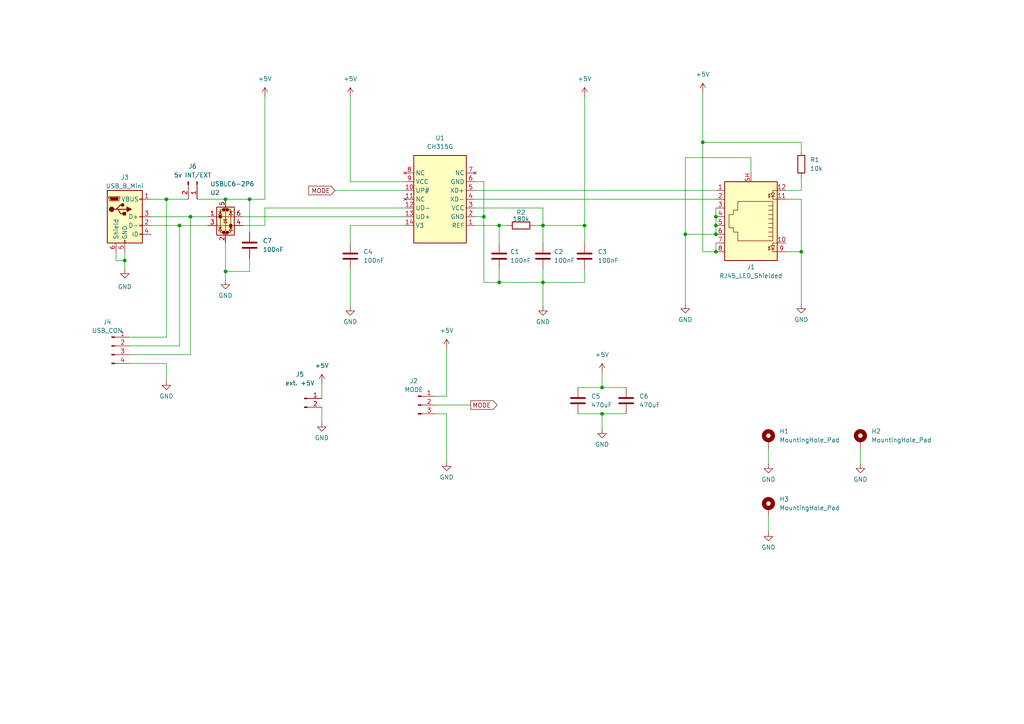
<source format=kicad_sch>
(kicad_sch (version 20231120) (generator "eeschema") (generator_version "8.0")
  (paper "A4")
  (title_block (title "OE9SAU USB-Extender ") (date "26.09.2024"))
  (lib_symbols
    (symbol "CH315G_1"
      (property "Reference" "U" (at -5.08 13.97 0))
      (property "Value" "CH315G" (at 1.27 13.97 0))
      (symbol "CH315G_1_0_1"
        (rectangle (start -7.62 12.7) (end 7.62 -12.7) (stroke (width 0.254)) (fill (type background)))
      )
      (symbol "CH315G_1_1_1"
        (pin input line (at -10.16 7.62 0) (length 2.54) (name "REF") (number "1"))
        (pin bidirectional line (at 10.16 -2.54 180) (length 2.54) (name "UP#") (number "10"))
        (pin no_connect line (at 10.16 0 180) (length 2.54) (name "NC") (number "11"))
        (pin bidirectional line (at 10.16 2.54 180) (length 2.54) (name "UD-") (number "12"))
        (pin bidirectional line (at 10.16 5.08 180) (length 2.54) (name "UD+") (number "13"))
        (pin input line (at 10.16 7.62 180) (length 2.54) (name "V3") (number "14"))
        (pin input line (at -10.16 5.08 0) (length 2.54) (name "GND") (number "2"))
        (pin input line (at -10.16 2.54 0) (length 2.54) (name "VCC") (number "3"))
        (pin bidirectional line (at -10.16 0 0) (length 2.54) (name "XD-") (number "4"))
        (pin bidirectional line (at -10.16 -2.54 0) (length 2.54) (name "XD+") (number "5"))
        (pin input line (at -10.16 -5.08 0) (length 2.54) (name "GND") (number "6"))
        (pin no_connect line (at -10.16 -7.62 0) (length 2.54) (name "NC") (number "7"))
        (pin no_connect line (at 10.16 -7.62 180) (length 2.54) (name "NC") (number "8"))
        (pin input line (at 10.16 -5.08 180) (length 2.54) (name "VCC") (number "9"))
      )
    )
    (symbol "Connector:Conn_01x02_Pin" (pin_names (offset 1.016) hide)
      (property "Reference" "J" (at 0 2.54 0))
      (property "Value" "Conn_01x02_Pin" (at 0 -5.08 0))
      (symbol "Conn_01x02_Pin_1_1"
        (polyline (pts (xy 1.27 -2.54) (xy 0.8636 -2.54)) (stroke (width 0.1524)))
        (polyline (pts (xy 1.27 0) (xy 0.8636 0)) (stroke (width 0.1524)))
        (rectangle (start 0.8636 -2.413) (end 0 -2.667) (stroke (width 0.1524)) (fill (type outline)))
        (rectangle (start 0.8636 0.127) (end 0 -0.127) (stroke (width 0.1524)) (fill (type outline)))
        (pin passive line (at 5.08 0 180) (length 3.81) (name "Pin_1") (number "1"))
        (pin passive line (at 5.08 -2.54 180) (length 3.81) (name "Pin_2") (number "2"))
      )
    )
    (symbol "Connector:Conn_01x03_Pin" (pin_names (offset 1.016) hide)
      (property "Reference" "J" (at 0 5.08 0))
      (property "Value" "Conn_01x03_Pin" (at 0 -5.08 0))
      (symbol "Conn_01x03_Pin_1_1"
        (polyline (pts (xy 1.27 -2.54) (xy 0.8636 -2.54)) (stroke (width 0.1524)))
        (polyline (pts (xy 1.27 0) (xy 0.8636 0)) (stroke (width 0.1524)))
        (polyline (pts (xy 1.27 2.54) (xy 0.8636 2.54)) (stroke (width 0.1524)))
        (rectangle (start 0.8636 -2.413) (end 0 -2.667) (stroke (width 0.1524)) (fill (type outline)))
        (rectangle (start 0.8636 0.127) (end 0 -0.127) (stroke (width 0.1524)) (fill (type outline)))
        (rectangle (start 0.8636 2.667) (end 0 2.413) (stroke (width 0.1524)) (fill (type outline)))
        (pin passive line (at 5.08 2.54 180) (length 3.81) (name "Pin_1") (number "1"))
        (pin passive line (at 5.08 0 180) (length 3.81) (name "Pin_2") (number "2"))
        (pin passive line (at 5.08 -2.54 180) (length 3.81) (name "Pin_3") (number "3"))
      )
    )
    (symbol "Connector:Conn_01x04_Pin" (pin_names (offset 1.016) hide)
      (property "Reference" "J" (at 0 5.08 0))
      (property "Value" "Conn_01x04_Pin" (at 0 -7.62 0))
      (symbol "Conn_01x04_Pin_1_1"
        (polyline (pts (xy 1.27 -5.08) (xy 0.8636 -5.08)) (stroke (width 0.1524)))
        (polyline (pts (xy 1.27 -2.54) (xy 0.8636 -2.54)) (stroke (width 0.1524)))
        (polyline (pts (xy 1.27 0) (xy 0.8636 0)) (stroke (width 0.1524)))
        (polyline (pts (xy 1.27 2.54) (xy 0.8636 2.54)) (stroke (width 0.1524)))
        (rectangle (start 0.8636 -4.953) (end 0 -5.207) (stroke (width 0.1524)) (fill (type outline)))
        (rectangle (start 0.8636 -2.413) (end 0 -2.667) (stroke (width 0.1524)) (fill (type outline)))
        (rectangle (start 0.8636 0.127) (end 0 -0.127) (stroke (width 0.1524)) (fill (type outline)))
        (rectangle (start 0.8636 2.667) (end 0 2.413) (stroke (width 0.1524)) (fill (type outline)))
        (pin passive line (at 5.08 2.54 180) (length 3.81) (name "Pin_1") (number "1"))
        (pin passive line (at 5.08 0 180) (length 3.81) (name "Pin_2") (number "2"))
        (pin passive line (at 5.08 -2.54 180) (length 3.81) (name "Pin_3") (number "3"))
        (pin passive line (at 5.08 -5.08 180) (length 3.81) (name "Pin_4") (number "4"))
      )
    )
    (symbol "Connector:RJ45_LED_Shielded" (pin_names (offset 1.016))
      (property "Reference" "J" (at -5.08 13.97 0))
      (property "Value" "RJ45_LED_Shielded" (at 1.27 13.97 0))
      (symbol "RJ45_LED_Shielded_0_1"
        (polyline (pts (xy -7.62 -7.62) (xy -6.35 -7.62)))
        (polyline (pts (xy -7.62 -5.08) (xy -6.35 -5.08)))
        (polyline (pts (xy -7.62 7.62) (xy -6.35 7.62)))
        (polyline (pts (xy -7.62 10.16) (xy -6.35 10.16)))
        (polyline (pts (xy -6.858 -5.842) (xy -5.842 -5.842)))
        (polyline (pts (xy -6.858 9.398) (xy -5.842 9.398)))
        (polyline (pts (xy -6.35 -7.62) (xy -6.35 -6.858)))
        (polyline (pts (xy -6.35 -5.08) (xy -6.35 -5.842)))
        (polyline (pts (xy -6.35 7.62) (xy -6.35 8.382)))
        (polyline (pts (xy -6.35 10.16) (xy -6.35 9.398)))
        (polyline (pts (xy -5.08 -6.223) (xy -5.207 -6.604)))
        (polyline (pts (xy -5.08 -5.588) (xy -5.207 -5.969)))
        (polyline (pts (xy -5.08 4.445) (xy -6.35 4.445)))
        (polyline (pts (xy -5.08 5.715) (xy -6.35 5.715)))
        (polyline (pts (xy -5.08 9.017) (xy -5.207 8.636)))
        (polyline (pts (xy -5.08 9.652) (xy -5.207 9.271)))
        (polyline (pts (xy -6.35 -3.175) (xy -5.08 -3.175) (xy -5.08 -3.175)))
        (polyline (pts (xy -6.35 -1.905) (xy -5.08 -1.905) (xy -5.08 -1.905)))
        (polyline (pts (xy -6.35 -0.635) (xy -5.08 -0.635) (xy -5.08 -0.635)))
        (polyline (pts (xy -6.35 0.635) (xy -5.08 0.635) (xy -5.08 0.635)))
        (polyline (pts (xy -6.35 1.905) (xy -5.08 1.905) (xy -5.08 1.905)))
        (polyline (pts (xy -5.588 -6.731) (xy -5.08 -6.223) (xy -5.461 -6.35)))
        (polyline (pts (xy -5.588 -6.096) (xy -5.08 -5.588) (xy -5.461 -5.715)))
        (polyline (pts (xy -5.588 8.509) (xy -5.08 9.017) (xy -5.461 8.89)))
        (polyline (pts (xy -5.588 9.144) (xy -5.08 9.652) (xy -5.461 9.525)))
        (polyline (pts (xy -5.08 3.175) (xy -6.35 3.175) (xy -6.35 3.175)))
        (polyline (pts (xy -6.35 -5.842) (xy -6.858 -6.858) (xy -5.842 -6.858) (xy -6.35 -5.842)))
        (polyline (pts (xy -6.35 9.398) (xy -6.858 8.382) (xy -5.842 8.382) (xy -6.35 9.398)))
        (polyline (pts (xy -6.35 -4.445) (xy -6.35 6.985) (xy 3.81 6.985) (xy 3.81 4.445) (xy 5.08 4.445) (xy 5.08 3.175) (xy 6.35 3.175) (xy 6.35 -0.635) (xy 5.08 -0.635) (xy 5.08 -1.905) (xy 3.81 -1.905) (xy 3.81 -4.445) (xy -6.35 -4.445) (xy -6.35 -4.445)))
        (rectangle (start 7.62 12.7) (end -7.62 -10.16) (stroke (width 0.254)) (fill (type background)))
      )
      (symbol "RJ45_LED_Shielded_1_1"
        (pin passive line (at 10.16 -7.62 180) (length 2.54) (name "~") (number "1"))
        (pin passive line (at -10.16 7.62 0) (length 2.54) (name "~") (number "10"))
        (pin passive line (at -10.16 -5.08 0) (length 2.54) (name "~") (number "11"))
        (pin passive line (at -10.16 -7.62 0) (length 2.54) (name "~") (number "12"))
        (pin passive line (at 10.16 -5.08 180) (length 2.54) (name "~") (number "2"))
        (pin passive line (at 10.16 -2.54 180) (length 2.54) (name "~") (number "3"))
        (pin passive line (at 10.16 0 180) (length 2.54) (name "~") (number "4"))
        (pin passive line (at 10.16 2.54 180) (length 2.54) (name "~") (number "5"))
        (pin passive line (at 10.16 5.08 180) (length 2.54) (name "~") (number "6"))
        (pin passive line (at 10.16 7.62 180) (length 2.54) (name "~") (number "7"))
        (pin passive line (at 10.16 10.16 180) (length 2.54) (name "~") (number "8"))
        (pin passive line (at -10.16 10.16 0) (length 2.54) (name "~") (number "9"))
        (pin passive line (at 0 -12.7 90) (length 2.54) (name "~") (number "SH"))
      )
    )
    (symbol "Connector:USB_B_Mini" (pin_names (offset 1.016))
      (property "Reference" "J" (at -5.08 11.43 0))
      (property "Value" "USB_B_Mini" (at -5.08 8.89 0))
      (symbol "USB_B_Mini_0_1"
        (rectangle (start -5.08 -7.62) (end 5.08 7.62) (stroke (width 0.254)) (fill (type background)))
        (circle (center -3.81 2.159) (radius 0.635) (stroke (width 0.254)) (fill (type outline)))
        (circle (center -0.635 3.429) (radius 0.381) (stroke (width 0.254)) (fill (type outline)))
        (rectangle (start -0.127 -7.62) (end 0.127 -6.858))
        (polyline (pts (xy -1.905 2.159) (xy 0.635 2.159)) (stroke (width 0.254)))
        (polyline (pts (xy -3.175 2.159) (xy -2.54 2.159) (xy -1.27 3.429) (xy -0.635 3.429)) (stroke (width 0.254)))
        (polyline (pts (xy -2.54 2.159) (xy -1.905 2.159) (xy -1.27 0.889) (xy 0 0.889)) (stroke (width 0.254)))
        (polyline (pts (xy 0.635 2.794) (xy 0.635 1.524) (xy 1.905 2.159) (xy 0.635 2.794)) (stroke (width 0.254)) (fill (type outline)))
        (polyline (pts (xy -4.318 5.588) (xy -1.778 5.588) (xy -2.032 4.826) (xy -4.064 4.826) (xy -4.318 5.588)) (fill (type outline)))
        (polyline (pts (xy -4.699 5.842) (xy -4.699 5.588) (xy -4.445 4.826) (xy -4.445 4.572) (xy -1.651 4.572) (xy -1.651 4.826) (xy -1.397 5.588) (xy -1.397 5.842) (xy -4.699 5.842)))
        (rectangle (start 0.254 1.27) (end -0.508 0.508) (stroke (width 0.254)) (fill (type outline)))
        (rectangle (start 5.08 -5.207) (end 4.318 -4.953))
        (rectangle (start 5.08 -2.667) (end 4.318 -2.413))
        (rectangle (start 5.08 -0.127) (end 4.318 0.127))
        (rectangle (start 5.08 4.953) (end 4.318 5.207))
      )
      (symbol "USB_B_Mini_1_1"
        (pin power_out line (at 7.62 5.08 180) (length 2.54) (name "VBUS") (number "1"))
        (pin bidirectional line (at 7.62 -2.54 180) (length 2.54) (name "D-") (number "2"))
        (pin bidirectional line (at 7.62 0 180) (length 2.54) (name "D+") (number "3"))
        (pin passive line (at 7.62 -5.08 180) (length 2.54) (name "ID") (number "4"))
        (pin power_out line (at 0 -10.16 90) (length 2.54) (name "GND") (number "5"))
        (pin passive line (at -2.54 -10.16 90) (length 2.54) (name "Shield") (number "6"))
      )
    )
    (symbol "Device:C" (pin_numbers hide) (pin_names (offset 0.254))
      (property "Reference" "C" (at 0.635 2.54 0))
      (property "Value" "C" (at 0.635 -2.54 0))
      (symbol "C_0_1"
        (polyline (pts (xy -2.032 -0.762) (xy 2.032 -0.762)) (stroke (width 0.508)))
        (polyline (pts (xy -2.032 0.762) (xy 2.032 0.762)) (stroke (width 0.508)))
      )
      (symbol "C_1_1"
        (pin passive line (at 0 3.81 270) (length 2.794) (name "~") (number "1"))
        (pin passive line (at 0 -3.81 90) (length 2.794) (name "~") (number "2"))
      )
    )
    (symbol "Device:R" (pin_numbers hide) (pin_names (offset 0))
      (property "Reference" "R" (at 2.032 0 90))
      (property "Value" "R" (at 0 0 90))
      (symbol "R_0_1"
        (rectangle (start -1.016 -2.54) (end 1.016 2.54) (stroke (width 0.254)))
      )
      (symbol "R_1_1"
        (pin passive line (at 0 3.81 270) (length 1.27) (name "~") (number "1"))
        (pin passive line (at 0 -3.81 90) (length 1.27) (name "~") (number "2"))
      )
    )
    (symbol "Mechanical:MountingHole_Pad" (pin_numbers hide) (pin_names (offset 1.016) hide) (exclude_from_sim yes) (in_bom no)
      (property "Reference" "H" (at 0 6.35 0))
      (property "Value" "MountingHole_Pad" (at 0 4.445 0))
      (symbol "MountingHole_Pad_0_1"
        (circle (center 0 1.27) (radius 1.27) (stroke (width 1.27)))
      )
      (symbol "MountingHole_Pad_1_1"
        (pin input line (at 0 -2.54 90) (length 2.54) (name "1") (number "1"))
      )
    )
    (symbol "Power_Protection:USBLC6-2P6" (pin_names hide)
      (property "Reference" "U" (at 0.635 5.715 0))
      (property "Value" "USBLC6-2P6" (at 0.635 3.81 0))
      (symbol "USBLC6-2P6_0_0"
        (circle (center -1.524 0) (radius 0.0001) (stroke (width 0.508)))
        (circle (center -0.508 -4.572) (radius 0.0001) (stroke (width 0.508)))
        (circle (center -0.508 2.032) (radius 0.0001) (stroke (width 0.508)))
        (circle (center 0.508 -4.572) (radius 0.0001) (stroke (width 0.508)))
        (circle (center 0.508 2.032) (radius 0.0001) (stroke (width 0.508)))
        (circle (center 1.524 -2.54) (radius 0.0001) (stroke (width 0.508)))
      )
      (symbol "USBLC6-2P6_0_1"
        (polyline (pts (xy -2.54 -2.54) (xy 2.54 -2.54)))
        (polyline (pts (xy -2.54 0) (xy 2.54 0)))
        (polyline (pts (xy -2.032 -3.048) (xy -1.016 -3.048)))
        (polyline (pts (xy -1.016 1.524) (xy -2.032 1.524)))
        (polyline (pts (xy 1.016 -3.048) (xy 2.032 -3.048)))
        (polyline (pts (xy 1.016 1.524) (xy 2.032 1.524)))
        (polyline (pts (xy -0.508 -1.143) (xy -0.508 -0.762) (xy 0.508 -0.762)))
        (polyline (pts (xy -2.032 0.508) (xy -1.016 0.508) (xy -1.524 1.524) (xy -2.032 0.508)))
        (polyline (pts (xy -1.016 -4.064) (xy -2.032 -4.064) (xy -1.524 -3.048) (xy -1.016 -4.064)))
        (polyline (pts (xy 0.508 -1.778) (xy -0.508 -1.778) (xy 0 -0.762) (xy 0.508 -1.778)))
        (polyline (pts (xy 2.032 -4.064) (xy 1.016 -4.064) (xy 1.524 -3.048) (xy 2.032 -4.064)))
        (polyline (pts (xy 2.032 0.508) (xy 1.016 0.508) (xy 1.524 1.524) (xy 2.032 0.508)))
        (polyline (pts (xy 0 2.54) (xy -0.508 2.032) (xy 0.508 2.032) (xy 0 1.524) (xy 0 -4.064) (xy -0.508 -4.572) (xy 0.508 -4.572) (xy 0 -5.08)))
      )
      (symbol "USBLC6-2P6_1_1"
        (rectangle (start -2.54 2.794) (end 2.54 -5.334) (stroke (width 0.254)) (fill (type background)))
        (polyline (pts (xy -0.508 2.032) (xy -1.524 2.032) (xy -1.524 -4.572) (xy -0.508 -4.572)))
        (polyline (pts (xy 0.508 -4.572) (xy 1.524 -4.572) (xy 1.524 2.032) (xy 0.508 2.032)))
        (pin passive line (at -5.08 0 0) (length 2.54) (name "I/O1") (number "1"))
        (pin passive line (at 0 -7.62 90) (length 2.54) (name "GND") (number "2"))
        (pin passive line (at -5.08 -2.54 0) (length 2.54) (name "I/O2") (number "3"))
        (pin passive line (at 5.08 -2.54 180) (length 2.54) (name "I/O2") (number "4"))
        (pin passive line (at 0 5.08 270) (length 2.54) (name "VBUS") (number "5"))
        (pin passive line (at 5.08 0 180) (length 2.54) (name "I/O1") (number "6"))
      )
    )
    (symbol "power:+5V" (power) (pin_numbers hide) (pin_names (offset 0) hide)
      (property "Value" "+5V" (at 0 3.556 0))
      (symbol "+5V_0_1"
        (polyline (pts (xy -0.762 1.27) (xy 0 2.54)))
        (polyline (pts (xy 0 0) (xy 0 2.54)))
        (polyline (pts (xy 0 2.54) (xy 0.762 1.27)))
      )
      (symbol "+5V_1_1"
        (pin power_in line (at 0 0 90) (length 0) (name "~") (number "1"))
      )
    )
    (symbol "power:GND" (power) (pin_numbers hide) (pin_names (offset 0) hide)
      (property "Value" "GND" (at 0 -3.81 0))
      (symbol "GND_0_1"
        (polyline (pts (xy 0 0) (xy 0 -1.27) (xy 1.27 -1.27) (xy 0 -2.54) (xy -1.27 -1.27) (xy 0 -1.27)))
      )
      (symbol "GND_1_1"
        (pin power_in line (at 0 0 270) (length 0) (name "~") (number "1"))
      )
    )
  )
  (junction (at 157.48 65.405))
  (junction (at 65.405 57.785))
  (junction (at 203.835 41.275))
  (junction (at 207.645 67.945))
  (junction (at 144.78 65.405))
  (junction (at 140.335 62.865))
  (junction (at 55.245 62.865))
  (junction (at 169.545 65.405))
  (junction (at 207.645 73.025))
  (junction (at 207.645 65.405))
  (junction (at 65.405 78.74))
  (junction (at 48.26 57.785))
  (junction (at 72.39 57.785))
  (junction (at 174.625 120.015))
  (junction (at 174.625 112.395))
  (junction (at 232.41 73.025))
  (junction (at 207.645 62.865))
  (junction (at 198.755 67.945))
  (junction (at 144.78 81.915))
  (junction (at 157.48 81.915))
  (junction (at 36.195 75.565))
  (junction (at 52.07 65.405))
  (wire (pts (xy 137.795 52.705) (xy 140.335 52.705)))
  (wire (pts (xy 217.805 50.165) (xy 217.805 45.72)))
  (wire (pts (xy 126.365 114.935) (xy 129.54 114.935)))
  (wire (pts (xy 36.195 73.025) (xy 36.195 75.565)))
  (wire (pts (xy 57.15 57.785) (xy 65.405 57.785)))
  (wire (pts (xy 174.625 120.015) (xy 174.625 124.46)))
  (wire (pts (xy 167.64 120.015) (xy 174.625 120.015)))
  (wire (pts (xy 169.545 81.915) (xy 169.545 78.105)))
  (wire (pts (xy 55.245 102.87) (xy 55.245 62.865)))
  (wire (pts (xy 76.835 27.94) (xy 76.835 57.785)))
  (wire (pts (xy 207.645 65.405) (xy 207.645 67.945)))
  (wire (pts (xy 144.78 81.915) (xy 157.48 81.915)))
  (wire (pts (xy 101.6 78.105) (xy 101.6 88.9)))
  (wire (pts (xy 70.485 65.405) (xy 76.835 65.405)))
  (wire (pts (xy 129.54 120.015) (xy 129.54 133.985)))
  (wire (pts (xy 129.54 100.965) (xy 129.54 114.935)))
  (wire (pts (xy 36.195 75.565) (xy 36.195 78.105)))
  (wire (pts (xy 232.41 73.025) (xy 227.965 73.025)))
  (wire (pts (xy 203.835 73.025) (xy 203.835 41.275)))
  (wire (pts (xy 37.465 105.41) (xy 48.26 105.41)))
  (wire (pts (xy 140.335 62.865) (xy 140.335 81.915)))
  (wire (pts (xy 157.48 60.325) (xy 157.48 65.405)))
  (wire (pts (xy 154.94 65.405) (xy 157.48 65.405)))
  (wire (pts (xy 65.405 57.785) (xy 72.39 57.785)))
  (wire (pts (xy 167.64 112.395) (xy 174.625 112.395)))
  (wire (pts (xy 232.41 43.815) (xy 232.41 41.275)))
  (wire (pts (xy 140.335 52.705) (xy 140.335 62.865)))
  (wire (pts (xy 207.645 70.485) (xy 207.645 73.025)))
  (wire (pts (xy 198.755 45.72) (xy 198.755 67.945)))
  (wire (pts (xy 72.39 74.93) (xy 72.39 78.74)))
  (wire (pts (xy 207.645 60.325) (xy 207.645 62.865)))
  (wire (pts (xy 76.835 65.405) (xy 76.835 60.325)))
  (wire (pts (xy 65.405 70.485) (xy 65.405 78.74)))
  (wire (pts (xy 157.48 65.405) (xy 157.48 70.485)))
  (wire (pts (xy 52.07 100.33) (xy 52.07 65.405)))
  (wire (pts (xy 101.6 65.405) (xy 101.6 70.485)))
  (wire (pts (xy 207.645 62.865) (xy 207.645 65.405)))
  (wire (pts (xy 43.815 62.865) (xy 55.245 62.865)))
  (wire (pts (xy 37.465 102.87) (xy 55.245 102.87)))
  (wire (pts (xy 117.475 52.705) (xy 101.6 52.705)))
  (wire (pts (xy 140.335 81.915) (xy 144.78 81.915)))
  (wire (pts (xy 137.795 57.785) (xy 207.645 57.785)))
  (wire (pts (xy 249.555 130.175) (xy 249.555 134.62)))
  (wire (pts (xy 33.655 75.565) (xy 36.195 75.565)))
  (wire (pts (xy 126.365 117.475) (xy 136.525 117.475)))
  (wire (pts (xy 232.41 73.025) (xy 232.41 88.265)))
  (wire (pts (xy 65.405 78.74) (xy 72.39 78.74)))
  (wire (pts (xy 227.965 55.245) (xy 232.41 55.245)))
  (wire (pts (xy 93.345 118.11) (xy 93.345 122.555)))
  (wire (pts (xy 93.345 111.125) (xy 93.345 115.57)))
  (wire (pts (xy 174.625 112.395) (xy 181.61 112.395)))
  (wire (pts (xy 137.795 62.865) (xy 140.335 62.865)))
  (wire (pts (xy 203.835 73.025) (xy 207.645 73.025)))
  (wire (pts (xy 137.795 65.405) (xy 144.78 65.405)))
  (wire (pts (xy 144.78 65.405) (xy 147.32 65.405)))
  (wire (pts (xy 227.965 57.785) (xy 232.41 57.785)))
  (wire (pts (xy 174.625 107.95) (xy 174.625 112.395)))
  (wire (pts (xy 174.625 120.015) (xy 181.61 120.015)))
  (wire (pts (xy 222.885 130.175) (xy 222.885 134.62)))
  (wire (pts (xy 117.475 55.245) (xy 97.155 55.245)))
  (wire (pts (xy 48.26 57.785) (xy 48.26 97.79)))
  (wire (pts (xy 198.755 67.945) (xy 198.755 88.265)))
  (wire (pts (xy 157.48 65.405) (xy 169.545 65.405)))
  (wire (pts (xy 157.48 81.915) (xy 157.48 88.9)))
  (wire (pts (xy 144.78 81.915) (xy 144.78 78.105)))
  (wire (pts (xy 137.795 60.325) (xy 157.48 60.325)))
  (wire (pts (xy 65.405 78.74) (xy 65.405 81.28)))
  (wire (pts (xy 43.815 57.785) (xy 48.26 57.785)))
  (wire (pts (xy 157.48 81.915) (xy 157.48 78.105)))
  (wire (pts (xy 76.835 60.325) (xy 117.475 60.325)))
  (wire (pts (xy 48.26 105.41) (xy 48.26 110.49)))
  (wire (pts (xy 217.805 45.72) (xy 198.755 45.72)))
  (wire (pts (xy 157.48 81.915) (xy 169.545 81.915)))
  (wire (pts (xy 72.39 57.785) (xy 76.835 57.785)))
  (wire (pts (xy 43.815 65.405) (xy 52.07 65.405)))
  (wire (pts (xy 203.835 26.67) (xy 203.835 41.275)))
  (wire (pts (xy 232.41 57.785) (xy 232.41 73.025)))
  (wire (pts (xy 169.545 27.94) (xy 169.545 65.405)))
  (wire (pts (xy 117.475 65.405) (xy 101.6 65.405)))
  (wire (pts (xy 33.655 73.025) (xy 33.655 75.565)))
  (wire (pts (xy 72.39 57.785) (xy 72.39 67.31)))
  (wire (pts (xy 52.07 65.405) (xy 60.325 65.405)))
  (wire (pts (xy 70.485 62.865) (xy 117.475 62.865)))
  (wire (pts (xy 129.54 120.015) (xy 126.365 120.015)))
  (wire (pts (xy 101.6 52.705) (xy 101.6 27.94)))
  (wire (pts (xy 137.795 55.245) (xy 207.645 55.245)))
  (wire (pts (xy 48.26 97.79) (xy 37.465 97.79)))
  (wire (pts (xy 48.26 57.785) (xy 54.61 57.785)))
  (wire (pts (xy 222.885 149.86) (xy 222.885 154.305)))
  (wire (pts (xy 232.41 51.435) (xy 232.41 55.245)))
  (wire (pts (xy 169.545 65.405) (xy 169.545 70.485)))
  (wire (pts (xy 198.755 67.945) (xy 207.645 67.945)))
  (wire (pts (xy 203.835 41.275) (xy 232.41 41.275)))
  (wire (pts (xy 37.465 100.33) (xy 52.07 100.33)))
  (wire (pts (xy 144.78 65.405) (xy 144.78 70.485)))
  (wire (pts (xy 55.245 62.865) (xy 60.325 62.865)))
  (image (at 150.495 -81.915) (scale 0.700116))
  (global_label "MODE" (shape input) (at 97.155 55.245 180) (property "Intersheetrefs" "${INTERSHEET_REFS}" (effects (hide yes))))
  (global_label "MODE" (shape output) (at 136.525 117.475 0) (property "Intersheetrefs" "${INTERSHEET_REFS}" (effects (hide yes))))
  (symbol (lib_id "Mechanical:MountingHole_Pad") (at 222.885 127.635 0) (unit 1) (exclude_from_sim yes) (in_bom no)
    (property "Reference" "H1" (at 226.06 125.0949 0) (effects (justify left)))
    (property "Value" "MountingHole_Pad" (at 226.06 127.6349 0) (effects (justify left)))
    (property "Footprint" "MountingHole:MountingHole_2.2mm_M2_ISO7380_Pad" (effects (hide yes)))
    (property "Description" "Mounting Hole with connection" (effects (hide yes)))
  )
  (symbol (lib_id "Device:R") (at 151.13 65.405 90) (unit 1)
    (property "Reference" "R2" (at 151.13 61.595 90))
    (property "Value" "180k" (at 151.13 63.5 90))
    (property "Footprint" "Resistor_SMD:R_0805_2012Metric_Pad1.20x1.40mm_HandSolder" (effects (hide yes)))
    (property "Description" "Resistor" (effects (hide yes)))
  )
  (symbol (lib_id "power:GND") (at 93.345 122.555 0) (unit 1)
    (property "Reference" "#PWR016" (effects (hide yes)))
    (property "Value" "GND" (at 93.345 127 0))
    (property "Description" "Power symbol creates a global label with name \"GND\" , ground" (effects (hide yes)))
  )
  (symbol (lib_id "power:GND") (at 174.625 124.46 0) (unit 1)
    (property "Reference" "#PWR011" (effects (hide yes)))
    (property "Value" "GND" (at 174.625 128.905 0))
    (property "Description" "Power symbol creates a global label with name \"GND\" , ground" (effects (hide yes)))
  )
  (symbol (lib_id "power:GND") (at 222.885 154.305 0) (unit 1)
    (property "Reference" "#PWR018" (effects (hide yes)))
    (property "Value" "GND" (at 222.885 158.75 0))
    (property "Description" "Power symbol creates a global label with name \"GND\" , ground" (effects (hide yes)))
  )
  (symbol (lib_id "power:GND") (at 48.26 110.49 0) (unit 1)
    (property "Reference" "#PWR014" (effects (hide yes)))
    (property "Value" "GND" (at 48.26 114.935 0))
    (property "Description" "Power symbol creates a global label with name \"GND\" , ground" (effects (hide yes)))
  )
  (symbol (lib_id "power:+5V") (at 93.345 111.125 0) (unit 1)
    (property "Reference" "#PWR015" (effects (hide yes)))
    (property "Value" "+5V" (at 93.345 106.045 0))
    (property "Description" "Power symbol creates a global label with name \"+5V\"" (effects (hide yes)))
  )
  (symbol (lib_id "power:GND") (at 101.6 88.9 0) (unit 1)
    (property "Reference" "#PWR07" (effects (hide yes)))
    (property "Value" "GND" (at 101.6 93.345 0))
    (property "Description" "Power symbol creates a global label with name \"GND\" , ground" (effects (hide yes)))
  )
  (symbol (lib_id "Device:R") (at 232.41 47.625 180) (unit 1)
    (property "Reference" "R1" (at 234.95 46.3549 0) (effects (justify right)))
    (property "Value" "10k" (at 234.95 48.8949 0) (effects (justify right)))
    (property "Footprint" "Resistor_SMD:R_0805_2012Metric_Pad1.20x1.40mm_HandSolder" (effects (hide yes)))
    (property "Description" "Resistor" (effects (hide yes)))
  )
  (symbol (lib_id "power:+5V") (at 76.835 27.94 0) (unit 1)
    (property "Reference" "#PWR013" (effects (hide yes)))
    (property "Value" "+5V" (at 76.835 22.86 0))
    (property "Description" "Power symbol creates a global label with name \"+5V\"" (effects (hide yes)))
  )
  (symbol (lib_id "Device:C") (at 181.61 116.205 0) (unit 1)
    (property "Reference" "C6" (at 185.42 114.9349 0) (effects (justify left)))
    (property "Value" "470uF" (at 185.42 117.4749 0) (effects (justify left)))
    (property "Footprint" "Capacitor_SMD:CP_Elec_6.3x7.7" (effects (hide yes)))
    (property "Description" "Unpolarized capacitor" (effects (hide yes)))
  )
  (symbol (lib_id "Device:C") (at 144.78 74.295 0) (unit 1)
    (property "Reference" "C1" (at 147.955 73.0249 0) (effects (justify left)))
    (property "Value" "100nF" (at 147.955 75.5649 0) (effects (justify left)))
    (property "Footprint" "Capacitor_SMD:C_0805_2012Metric_Pad1.18x1.45mm_HandSolder" (effects (hide yes)))
    (property "Description" "Unpolarized capacitor" (effects (hide yes)))
  )
  (symbol (lib_id "power:GND") (at 36.195 78.105 0) (unit 1)
    (property "Reference" "#PWR012" (effects (hide yes)))
    (property "Value" "GND" (at 36.195 83.185 0))
  )
  (symbol (lib_id "Device:C") (at 72.39 71.12 0) (unit 1)
    (property "Reference" "C7" (at 76.2 69.8499 0) (effects (justify left)))
    (property "Value" "100nF" (at 76.2 72.3899 0) (effects (justify left)))
    (property "Footprint" "Capacitor_SMD:C_0805_2012Metric_Pad1.18x1.45mm_HandSolder" (effects (hide yes)))
    (property "Description" "Unpolarized capacitor" (effects (hide yes)))
  )
  (symbol (lib_id "power:GND") (at 249.555 134.62 0) (unit 1)
    (property "Reference" "#PWR017" (effects (hide yes)))
    (property "Value" "GND" (at 249.555 139.065 0))
    (property "Description" "Power symbol creates a global label with name \"GND\" , ground" (effects (hide yes)))
  )
  (symbol (lib_id "Connector:RJ45_LED_Shielded") (at 217.805 62.865 180) (unit 1)
    (property "Reference" "J1" (at 217.805 77.47 0))
    (property "Value" "RJ45_LED_Shielded" (at 217.805 80.01 0))
    (property "Footprint" "Connector_RJ:RJ45_Amphenol_RJHSE538X" (effects (hide yes)))
    (property "Description" "RJ connector, 8P8C (8 positions 8 connected), two LEDs, Shielded" (effects (hide yes)))
  )
  (symbol (lib_id "Connector:Conn_01x02_Pin") (at 88.265 115.57 0) (unit 1)
    (property "Reference" "J5" (at 86.995 108.585 0))
    (property "Value" "ext. +5V" (at 86.995 111.125 0))
    (property "Footprint" "Connector_PinHeader_2.54mm:PinHeader_1x02_P2.54mm_Vertical" (effects (hide yes)))
    (property "Description" "Generic connector, single row, 01x02, script generated" (effects (hide yes)))
  )
  (symbol (lib_id "Device:C") (at 157.48 74.295 0) (unit 1)
    (property "Reference" "C2" (at 160.655 73.0249 0) (effects (justify left)))
    (property "Value" "100nF" (at 160.655 75.5649 0) (effects (justify left)))
    (property "Footprint" "Capacitor_SMD:C_0805_2012Metric_Pad1.18x1.45mm_HandSolder" (effects (hide yes)))
    (property "Description" "Unpolarized capacitor" (effects (hide yes)))
  )
  (symbol (lib_id "Mechanical:MountingHole_Pad") (at 249.555 127.635 0) (unit 1) (exclude_from_sim yes) (in_bom no)
    (property "Reference" "H2" (at 252.73 125.0949 0) (effects (justify left)))
    (property "Value" "MountingHole_Pad" (at 252.73 127.6349 0) (effects (justify left)))
    (property "Footprint" "MountingHole:MountingHole_2.2mm_M2_ISO7380_Pad" (effects (hide yes)))
    (property "Description" "Mounting Hole with connection" (effects (hide yes)))
  )
  (symbol (lib_id "Mechanical:MountingHole_Pad") (at 222.885 147.32 0) (unit 1) (exclude_from_sim yes) (in_bom no)
    (property "Reference" "H3" (at 226.06 144.7799 0) (effects (justify left)))
    (property "Value" "MountingHole_Pad" (at 226.06 147.3199 0) (effects (justify left)))
    (property "Footprint" "MountingHole:MountingHole_2.2mm_M2_ISO7380_Pad" (effects (hide yes)))
    (property "Description" "Mounting Hole with connection" (effects (hide yes)))
  )
  (symbol (lib_id "Connector:USB_B_Mini") (at 36.195 62.865 0) (unit 1)
    (property "Reference" "J3" (at 36.195 51.435 0))
    (property "Value" "USB_B_Mini" (at 36.195 53.975 0))
    (property "Footprint" "Connector_USB:USB_Mini-B_Wuerth_65100516121_Horizontal" (effects (hide yes)))
  )
  (symbol (lib_id "Device:C") (at 169.545 74.295 0) (unit 1)
    (property "Reference" "C3" (at 173.355 73.0249 0) (effects (justify left)))
    (property "Value" "100nF" (at 173.355 75.5649 0) (effects (justify left)))
    (property "Footprint" "Capacitor_SMD:C_0805_2012Metric_Pad1.18x1.45mm_HandSolder" (effects (hide yes)))
    (property "Description" "Unpolarized capacitor" (effects (hide yes)))
  )
  (symbol (lib_id "Connector:Conn_01x04_Pin") (at 32.385 100.33 0) (unit 1)
    (property "Reference" "J4" (at 31.115 93.345 0))
    (property "Value" "USB_CON" (at 31.115 95.885 0))
    (property "Footprint" "Connector_PinHeader_2.54mm:PinHeader_1x04_P2.54mm_Horizontal" (effects (hide yes)))
    (property "Description" "Generic connector, single row, 01x04, script generated" (effects (hide yes)))
  )
  (symbol (lib_id "power:GND") (at 222.885 134.62 0) (unit 1)
    (property "Reference" "#PWR019" (effects (hide yes)))
    (property "Value" "GND" (at 222.885 139.065 0))
    (property "Description" "Power symbol creates a global label with name \"GND\" , ground" (effects (hide yes)))
  )
  (symbol (lib_id "Connector:Conn_01x02_Pin") (at 57.15 52.705 270) (unit 1)
    (property "Reference" "J6" (at 55.88 48.26 90))
    (property "Value" "5v INT/EXT" (at 55.88 50.8 90))
    (property "Footprint" "Connector_PinHeader_2.54mm:PinHeader_1x02_P2.54mm_Vertical" (effects (hide yes)))
    (property "Description" "Generic connector, single row, 01x02, script generated" (effects (hide yes)))
  )
  (symbol (lib_id "power:+5V") (at 203.835 26.67 0) (unit 1)
    (property "Reference" "#PWR05" (effects (hide yes)))
    (property "Value" "+5V" (at 203.835 21.59 0))
    (property "Description" "Power symbol creates a global label with name \"+5V\"" (effects (hide yes)))
  )
  (symbol (lib_id "power:+5V") (at 129.54 100.965 0) (unit 1)
    (property "Reference" "#PWR09" (effects (hide yes)))
    (property "Value" "+5V" (at 129.54 95.885 0))
    (property "Description" "Power symbol creates a global label with name \"+5V\"" (effects (hide yes)))
  )
  (symbol (lib_id "Device:C") (at 167.64 116.205 0) (unit 1)
    (property "Reference" "C5" (at 171.45 114.9349 0) (effects (justify left)))
    (property "Value" "470uF" (at 171.45 117.4749 0) (effects (justify left)))
    (property "Footprint" "Capacitor_SMD:CP_Elec_6.3x7.7" (effects (hide yes)))
    (property "Description" "Unpolarized capacitor" (effects (hide yes)))
  )
  (symbol (lib_name "CH315G_1") (lib_id "Interface_USB_OE09SAU:CH315G") (at 127.635 57.785 180) (unit 1)
    (property "Reference" "U1" (at 127.635 40.005 0))
    (property "Value" "CH315G" (at 127.635 42.545 0))
    (property "Footprint" "Package_SO:SOIC-14_3.9x8.7mm_P1.27mm" (effects (hide yes)))
    (property "Datasheet" "https://www.micros.com.pl/mediaserver/UICH315h_0001.pdf" (effects (hide yes)))
    (property "Description" "USB extension control chip CH315G, SOP-14" (effects (hide yes)))
  )
  (symbol (lib_id "power:+5V") (at 174.625 107.95 0) (unit 1)
    (property "Reference" "#PWR010" (effects (hide yes)))
    (property "Value" "+5V" (at 174.625 102.87 0))
    (property "Description" "Power symbol creates a global label with name \"+5V\"" (effects (hide yes)))
  )
  (symbol (lib_id "Device:C") (at 101.6 74.295 0) (unit 1)
    (property "Reference" "C4" (at 105.41 73.0249 0) (effects (justify left)))
    (property "Value" "100nF" (at 105.41 75.5649 0) (effects (justify left)))
    (property "Footprint" "Capacitor_SMD:C_0805_2012Metric_Pad1.18x1.45mm_HandSolder" (effects (hide yes)))
    (property "Description" "Unpolarized capacitor" (effects (hide yes)))
  )
  (symbol (lib_id "power:GND") (at 198.755 88.265 0) (unit 1)
    (property "Reference" "#PWR02" (effects (hide yes)))
    (property "Value" "GND" (at 198.755 92.71 0))
    (property "Description" "Power symbol creates a global label with name \"GND\" , ground" (effects (hide yes)))
  )
  (symbol (lib_id "Power_Protection:USBLC6-2P6") (at 65.405 62.865 0) (unit 1)
    (property "Reference" "U2" (at 60.96 55.88 0) (effects (justify left)))
    (property "Value" "USBLC6-2P6" (at 60.96 53.34 0) (effects (justify left)))
    (property "Footprint" "Package_TO_SOT_SMD:SOT-23-6_Handsoldering" (effects (hide yes)))
    (property "Datasheet" "https://www.st.com/resource/en/datasheet/usblc6-2.pdf" (effects (hide yes)))
    (property "Description" "Very low capacitance ESD protection diode, 2 data-line, SOT-666" (effects (hide yes)))
  )
  (symbol (lib_id "power:+5V") (at 169.545 27.94 0) (unit 1)
    (property "Reference" "#PWR04" (effects (hide yes)))
    (property "Value" "+5V" (at 169.545 22.86 0))
    (property "Description" "Power symbol creates a global label with name \"+5V\"" (effects (hide yes)))
  )
  (symbol (lib_id "power:GND") (at 65.405 81.28 0) (unit 1)
    (property "Reference" "#PWR020" (effects (hide yes)))
    (property "Value" "GND" (at 65.405 85.725 0))
    (property "Description" "Power symbol creates a global label with name \"GND\" , ground" (effects (hide yes)))
  )
  (symbol (lib_id "power:GND") (at 129.54 133.985 0) (unit 1)
    (property "Reference" "#PWR08" (effects (hide yes)))
    (property "Value" "GND" (at 129.54 138.43 0))
    (property "Description" "Power symbol creates a global label with name \"GND\" , ground" (effects (hide yes)))
  )
  (symbol (lib_id "power:+5V") (at 101.6 27.94 0) (unit 1)
    (property "Reference" "#PWR06" (effects (hide yes)))
    (property "Value" "+5V" (at 101.6 22.86 0))
    (property "Description" "Power symbol creates a global label with name \"+5V\"" (effects (hide yes)))
  )
  (symbol (lib_id "power:GND") (at 157.48 88.9 0) (unit 1)
    (property "Reference" "#PWR03" (effects (hide yes)))
    (property "Value" "GND" (at 157.48 93.345 0))
    (property "Description" "Power symbol creates a global label with name \"GND\" , ground" (effects (hide yes)))
  )
  (symbol (lib_id "power:GND") (at 232.41 88.265 0) (unit 1)
    (property "Reference" "#PWR01" (effects (hide yes)))
    (property "Value" "GND" (at 232.41 92.71 0))
    (property "Description" "Power symbol creates a global label with name \"GND\" , ground" (effects (hide yes)))
  )
  (symbol (lib_id "Connector:Conn_01x03_Pin") (at 121.285 117.475 0) (unit 1)
    (property "Reference" "J2" (at 120.015 110.49 0))
    (property "Value" "MODE" (at 120.015 113.03 0))
    (property "Footprint" "Connector_PinHeader_2.54mm:PinHeader_1x03_P2.54mm_Vertical" (effects (hide yes)))
    (property "Description" "Generic connector, single row, 01x03, script generated" (effects (hide yes)))
  )
)
</source>
